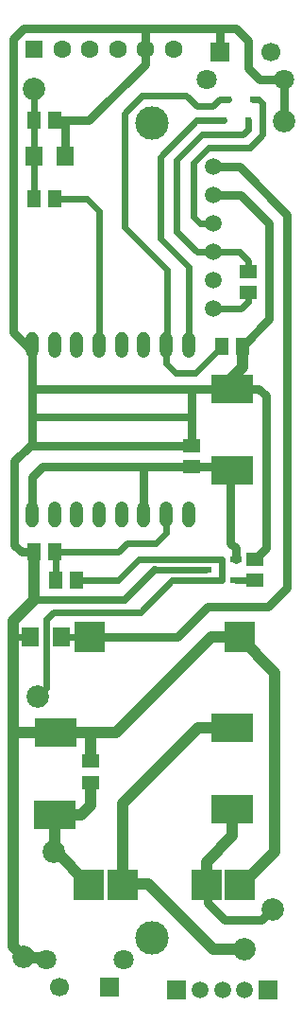
<source format=gbr>
G04 DipTrace 3.1.0.1*
G04 Top.gbr*
%MOIN*%
G04 #@! TF.FileFunction,Copper,L1,Top*
G04 #@! TF.Part,Single*
%AMOUTLINE0*
4,1,20,
0.022461,0.044902,
0.021113,0.052585,
0.017218,0.059344,
0.011247,0.064364,
0.00392,0.067037,
-0.003881,0.067045,
-0.011214,0.064382,
-0.017193,0.059374,
-0.0211,0.052622,
-0.022461,0.044941,
-0.022461,0.00002,
-0.021113,-0.007664,
-0.017218,-0.014423,
-0.011247,-0.019442,
-0.00392,-0.022115,
0.003881,-0.022123,
0.011214,-0.019461,
0.017193,-0.014453,
0.0211,-0.007701,
0.022461,-0.00002,
0.022461,0.044902,
0*%
%AMOUTLINE1*
4,1,20,
-0.022461,-0.044902,
-0.021113,-0.052585,
-0.017218,-0.059344,
-0.011247,-0.064364,
-0.00392,-0.067037,
0.003881,-0.067045,
0.011214,-0.064382,
0.017193,-0.059374,
0.0211,-0.052622,
0.022461,-0.044941,
0.022461,-0.00002,
0.021113,0.007664,
0.017218,0.014423,
0.011247,0.019442,
0.00392,0.022115,
-0.003881,0.022123,
-0.011214,0.019461,
-0.017193,0.014453,
-0.0211,0.007701,
-0.022461,0.00002,
-0.022461,-0.044902,
0*%
G04 #@! TA.AperFunction,Conductor*
%ADD13C,0.023622*%
%ADD14C,0.012992*%
%ADD15C,0.031496*%
%ADD16C,0.025984*%
%ADD17C,0.03937*%
%ADD20R,0.15X0.1*%
%ADD21R,0.062992X0.070866*%
%ADD22R,0.059055X0.051181*%
%ADD23R,0.051181X0.059055*%
%ADD25R,0.023622X0.023622*%
G04 #@! TA.AperFunction,ComponentPad*
%ADD26R,0.062992X0.062992*%
%ADD27C,0.062992*%
%ADD28C,0.11811*%
%ADD29C,0.11811*%
%ADD30C,0.059055*%
%ADD31R,0.070866X0.070866*%
%ADD32R,0.066929X0.066929*%
%ADD33C,0.066929*%
%ADD34C,0.070866*%
%ADD36R,0.043307X0.023622*%
G04 #@! TA.AperFunction,ComponentPad*
%ADD37R,0.106299X0.106299*%
G04 #@! TA.AperFunction,ViaPad*
%ADD39C,0.07937*%
G04 #@! TA.AperFunction,ComponentPad*
%ADD78OUTLINE0*%
%ADD79OUTLINE1*%
%FSLAX26Y26*%
G04*
G70*
G90*
G75*
G01*
G04 Top*
%LPD*%
X1219000Y2351965D2*
D15*
X1205780Y2365185D1*
X1079622D1*
X906878D1*
X550224D1*
X513177Y2328138D1*
Y2220297D1*
X906878D2*
Y2365185D1*
X1232041Y2040151D2*
Y2077617D1*
X1213251Y2096407D1*
Y2315180D1*
X1219000Y2320929D1*
Y2351965D1*
D14*
D3*
X1075736Y2365390D2*
X1079622Y2365185D1*
X519428Y3584063D2*
D13*
Y3459050D1*
Y3309034D1*
Y3696575D2*
Y3584063D1*
X1275757Y2977749D2*
Y2946496D1*
X1250521Y2921260D1*
X1153543D1*
X1293614Y3659071D2*
X1313261D1*
X1325762Y3646570D1*
Y3534058D1*
X1282008Y3490303D1*
X1135972D1*
X1082677Y3437008D1*
Y3244094D1*
X1105512Y3221260D1*
X1153543D1*
Y3121260D2*
X1125741D1*
X1244759D1*
X1275757Y3090261D1*
Y3052552D1*
X1274862Y3584063D2*
Y3551915D1*
X1257005Y3534058D1*
X1112798D1*
X1023622Y3444882D1*
Y3192913D1*
X1095276Y3121260D1*
X1125741D1*
X1244504Y1765122D2*
D17*
X1369517Y1640109D1*
Y1008793D1*
X1257005Y896281D1*
X1249678D1*
X1246472Y893075D1*
X1219501Y2640214D2*
D15*
X1075736D1*
Y2539747D1*
Y2440193D1*
X1300760Y2039946D2*
X1338264Y2077450D1*
Y2615211D1*
X1313261Y2640214D1*
X1219501D1*
X594436Y1427587D2*
D17*
X444420D1*
Y1765122D1*
Y1821378D1*
X519428Y1896386D1*
D16*
X838211D1*
X944575Y2002749D1*
D13*
X1125741D1*
X1213941Y1765122D2*
D17*
X1244504D1*
X506927D2*
D13*
X444420D1*
Y1427587D1*
X1075736Y2440193D2*
D15*
X506927D1*
X450671Y2383937D1*
Y2090156D1*
X475673Y2065154D1*
X519428D1*
X1256801Y2790230D2*
D17*
X1257005Y2790025D1*
Y2715222D1*
X1219501Y2677718D1*
Y2640214D1*
X561024Y629921D2*
X554680Y636265D1*
X482723D1*
X444420Y674568D1*
Y1427587D1*
X513177Y2771478D2*
D15*
Y2640214D1*
X1075736D1*
X1177165Y3826772D2*
Y3909097D1*
X913129D1*
X481924D1*
X444420Y3871593D1*
Y2840235D1*
X513177Y2771478D1*
X594231Y3584063D2*
X629664D1*
Y3459050D1*
X594231Y3584063D2*
X713984D1*
X913129Y3783207D1*
Y3834089D1*
X1153543Y3321260D2*
X1153819Y3321535D1*
X1250755D1*
X1350765Y3221525D1*
Y2883990D1*
X1257005Y2790230D1*
X1256801D1*
X519428Y2065154D2*
D17*
Y1896386D1*
X506927Y1765122D2*
D14*
X444420D1*
X506927Y2440193D2*
D15*
X513177Y2446444D1*
Y2539747D1*
Y2640214D1*
X1177165Y3909097D2*
X1232635D1*
X1275591Y3866142D1*
Y3767717D1*
X1314961Y3728346D1*
X1403543D1*
Y3584646D1*
X1401575Y3582677D1*
X1244504Y1765122D2*
D17*
X1147012D1*
X809476Y1427587D1*
X719449D1*
X594436D1*
X719449Y1327371D2*
Y1427587D1*
X913129Y3834089D2*
D15*
Y3909097D1*
X513177Y2539747D2*
D16*
X1075736D1*
X484252Y637795D2*
D17*
X482723Y636265D1*
X594231Y3309034D2*
D13*
X706948D1*
X749398Y3266584D1*
Y2771478D1*
X594231Y2065154D2*
X594640Y2064744D1*
Y1965143D1*
X594231Y2065154D2*
X817122D1*
X848375Y2096407D1*
X950723D1*
X985618Y2131302D1*
Y2220297D1*
X1188248Y3584063D2*
X1091937D1*
X964567Y3456693D1*
Y3169291D1*
X1064358Y3069500D1*
Y2771478D1*
X1181997Y2790230D2*
X1088238Y2696470D1*
X1019480D1*
X985618Y2730332D1*
Y2771478D1*
X988227Y2774087D1*
Y3059017D1*
X838583Y3208661D1*
Y3610236D1*
X899919Y3671572D1*
X1056984D1*
X1094488Y3634068D1*
X1150744D1*
X1175747Y3659071D1*
X1207000D1*
X713008Y893075D2*
D17*
X595131Y1010951D1*
X593934Y1012148D1*
Y1139337D1*
X687476D1*
X719449Y1171310D1*
Y1252568D1*
X1125741Y2040151D2*
D13*
X1181997D1*
Y1965348D1*
X1125741D1*
X669444Y1965143D2*
X815537D1*
X890545Y2040151D1*
X1125741D1*
X588185Y1008793D2*
D14*
X595131Y1010951D1*
X1125741Y1965348D2*
D13*
X1007184D1*
X894467Y1852631D1*
X588185D1*
X562992Y1827438D1*
Y1586614D1*
X531496Y1555118D1*
X1232041Y1965348D2*
X1232245Y1965143D1*
X1300760D1*
X1220003Y1447058D2*
D17*
X1100601D1*
X831118Y1177575D1*
Y893075D1*
X834324Y896281D1*
X922617D1*
X1153543Y665354D1*
X1263780D1*
X716945Y1765122D2*
D15*
X1024965D1*
X1131226Y1871383D1*
X1344514D1*
X1413272Y1940140D1*
Y3252778D1*
X1244790Y3421260D1*
X1153543D1*
X617163Y1765122D2*
D13*
X716945D1*
X1219501Y1158808D2*
D17*
Y1065049D1*
X1128362Y973909D1*
Y893075D1*
D15*
X1131992Y889445D1*
Y827524D1*
X1191799Y767717D1*
X1322835D1*
X1362205Y807087D1*
D39*
X519428Y3696575D3*
X588185Y1008793D3*
X531496Y1555118D3*
X1362205Y807087D3*
X1401575Y3582677D3*
X484252Y637795D3*
X1263780Y665354D3*
D20*
X1219501Y1158808D3*
X1220003Y1447058D3*
D21*
X506927Y1765122D3*
X617163D3*
D20*
X594436Y1427587D3*
X593934Y1139337D3*
D22*
X719449Y1252568D3*
Y1327371D3*
D20*
X1219501Y2640214D3*
X1219000Y2351965D3*
D22*
X1075736Y2440193D3*
Y2365390D3*
D23*
X519428Y3584063D3*
X594231D3*
D21*
X519428Y3459050D3*
X629664D3*
D22*
X1300760Y1965143D3*
Y2039946D3*
D25*
X1207000Y3659071D3*
X1293614D3*
X1188248Y3584063D3*
X1274862D3*
D26*
X519428Y3834089D3*
D27*
X617853D3*
X716278D3*
X814703D3*
X913129D3*
X1011554D3*
D78*
X513177Y2771478D3*
X591917D3*
X670657D3*
X749398D3*
X828138D3*
X906878D3*
X985618D3*
X1064358D3*
D79*
X513177Y2220297D3*
X591917D3*
X670657D3*
X749398D3*
X828138D3*
X906878D3*
X985618D3*
X1064358D3*
D28*
X937008Y704724D3*
D29*
Y3574803D3*
D23*
X519428Y3309034D3*
X594231D3*
D22*
X1275757Y2977749D3*
Y3052552D3*
D23*
X1256801Y2790230D3*
X1181997D3*
X669444Y1965143D3*
X594640D3*
X519428Y2065154D3*
X594231D3*
D30*
X1263780Y523622D3*
X1185039D3*
X1106299D3*
D31*
X1346457D3*
X1023622D3*
D32*
X787402Y531496D3*
D33*
X610236D3*
D34*
X836614Y629921D3*
X561024D3*
D32*
X1177165Y3826772D3*
D33*
X1354331D3*
D34*
X1127953Y3728346D3*
X1403543D3*
D30*
X1153543Y3421260D3*
Y3321260D3*
Y3221260D3*
Y3121260D3*
Y3021260D3*
Y2921260D3*
D36*
X1125741Y2040151D3*
Y2002749D3*
Y1965348D3*
X1232041D3*
Y2040151D3*
D37*
X1244504Y1765122D3*
X716945D3*
X713008Y893075D3*
X831118D3*
X1128362D3*
X1246472D3*
M02*

</source>
